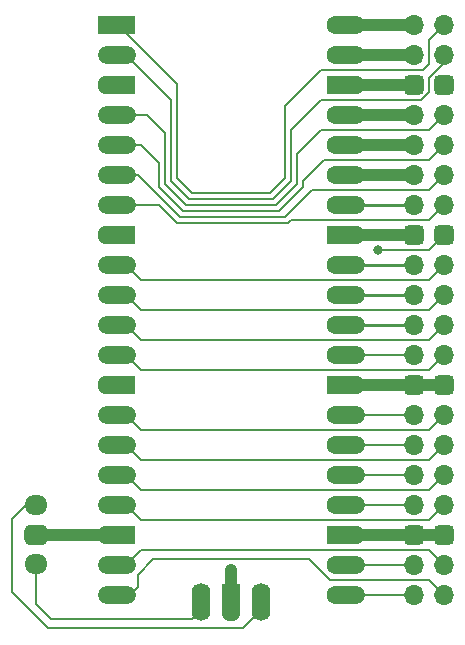
<source format=gbr>
%TF.GenerationSoftware,KiCad,Pcbnew,7.0.9*%
%TF.CreationDate,2024-01-10T08:51:33-08:00*%
%TF.ProjectId,rpi_adapter,7270695f-6164-4617-9074-65722e6b6963,rev?*%
%TF.SameCoordinates,PX82a7440PY660b0c0*%
%TF.FileFunction,Copper,L1,Top*%
%TF.FilePolarity,Positive*%
%FSLAX46Y46*%
G04 Gerber Fmt 4.6, Leading zero omitted, Abs format (unit mm)*
G04 Created by KiCad (PCBNEW 7.0.9) date 2024-01-10 08:51:33*
%MOMM*%
%LPD*%
G01*
G04 APERTURE LIST*
G04 Aperture macros list*
%AMRoundRect*
0 Rectangle with rounded corners*
0 $1 Rounding radius*
0 $2 $3 $4 $5 $6 $7 $8 $9 X,Y pos of 4 corners*
0 Add a 4 corners polygon primitive as box body*
4,1,4,$2,$3,$4,$5,$6,$7,$8,$9,$2,$3,0*
0 Add four circle primitives for the rounded corners*
1,1,$1+$1,$2,$3*
1,1,$1+$1,$4,$5*
1,1,$1+$1,$6,$7*
1,1,$1+$1,$8,$9*
0 Add four rect primitives between the rounded corners*
20,1,$1+$1,$2,$3,$4,$5,0*
20,1,$1+$1,$4,$5,$6,$7,0*
20,1,$1+$1,$6,$7,$8,$9,0*
20,1,$1+$1,$8,$9,$2,$3,0*%
%AMFreePoly0*
4,1,28,0.178017,0.779942,0.347107,0.720775,0.498792,0.625465,0.625465,0.498792,0.720775,0.347107,0.779942,0.178017,0.800000,0.000000,0.779942,-0.178017,0.720775,-0.347107,0.625465,-0.498792,0.498792,-0.625465,0.347107,-0.720775,0.178017,-0.779942,0.000000,-0.800000,-2.200000,-0.800000,-2.205014,-0.794986,-2.244504,-0.794986,-2.324698,-0.756366,-2.380194,-0.686777,-2.400000,-0.600000,
-2.400000,0.600000,-2.380194,0.686777,-2.324698,0.756366,-2.244504,0.794986,-2.205014,0.794986,-2.200000,0.800000,0.000000,0.800000,0.178017,0.779942,0.178017,0.779942,$1*%
%AMFreePoly1*
4,1,28,0.605014,0.794986,0.644504,0.794986,0.724698,0.756366,0.780194,0.686777,0.800000,0.600000,0.800000,-0.600000,0.780194,-0.686777,0.724698,-0.756366,0.644504,-0.794986,0.605014,-0.794986,0.600000,-0.800000,0.000000,-0.800000,-0.178017,-0.779942,-0.347107,-0.720775,-0.498792,-0.625465,-0.625465,-0.498792,-0.720775,-0.347107,-0.779942,-0.178017,-0.800000,0.000000,-0.779942,0.178017,
-0.720775,0.347107,-0.625465,0.498792,-0.498792,0.625465,-0.347107,0.720775,-0.178017,0.779942,0.000000,0.800000,0.600000,0.800000,0.605014,0.794986,0.605014,0.794986,$1*%
%AMFreePoly2*
4,1,29,0.605014,0.794986,0.644504,0.794986,0.724698,0.756366,0.780194,0.686777,0.800000,0.600000,0.800000,-0.600000,0.780194,-0.686777,0.724698,-0.756366,0.644504,-0.794986,0.605014,-0.794986,0.600000,-0.800000,0.000000,-0.800000,-1.600000,-0.800000,-1.778017,-0.779942,-1.947107,-0.720775,-2.098792,-0.625465,-2.225465,-0.498792,-2.320775,-0.347107,-2.379942,-0.178017,-2.400000,0.000000,
-2.379942,0.178017,-2.320775,0.347107,-2.225465,0.498792,-2.098792,0.625465,-1.947107,0.720775,-1.778017,0.779942,-1.600000,0.800000,0.600000,0.800000,0.605014,0.794986,0.605014,0.794986,$1*%
%AMFreePoly3*
4,1,28,0.178017,0.779942,0.347107,0.720775,0.498792,0.625465,0.625465,0.498792,0.720775,0.347107,0.779942,0.178017,0.800000,0.000000,0.779942,-0.178017,0.720775,-0.347107,0.625465,-0.498792,0.498792,-0.625465,0.347107,-0.720775,0.178017,-0.779942,0.000000,-0.800000,-0.600000,-0.800000,-0.605014,-0.794986,-0.644504,-0.794986,-0.724698,-0.756366,-0.780194,-0.686777,-0.800000,-0.600000,
-0.800000,0.600000,-0.780194,0.686777,-0.724698,0.756366,-0.644504,0.794986,-0.605014,0.794986,-0.600000,0.800000,0.000000,0.800000,0.178017,0.779942,0.178017,0.779942,$1*%
%AMFreePoly4*
4,1,29,1.778017,0.779942,1.947107,0.720775,2.098792,0.625465,2.225465,0.498792,2.320775,0.347107,2.379942,0.178017,2.400000,0.000000,2.379942,-0.178017,2.320775,-0.347107,2.225465,-0.498792,2.098792,-0.625465,1.947107,-0.720775,1.778017,-0.779942,1.600000,-0.800000,0.000000,-0.800000,-0.600000,-0.800000,-0.605014,-0.794986,-0.644504,-0.794986,-0.724698,-0.756366,-0.780194,-0.686777,
-0.800000,-0.600000,-0.800000,0.600000,-0.780194,0.686777,-0.724698,0.756366,-0.644504,0.794986,-0.605014,0.794986,-0.600000,0.800000,1.600000,0.800000,1.778017,0.779942,1.778017,0.779942,$1*%
G04 Aperture macros list end*
%TA.AperFunction,ComponentPad*%
%ADD10RoundRect,0.200000X-0.600000X-0.600000X0.600000X-0.600000X0.600000X0.600000X-0.600000X0.600000X0*%
%TD*%
%TA.AperFunction,SMDPad,CuDef*%
%ADD11FreePoly0,0.000000*%
%TD*%
%TA.AperFunction,ComponentPad*%
%ADD12C,1.600000*%
%TD*%
%TA.AperFunction,SMDPad,CuDef*%
%ADD13RoundRect,0.800000X-0.800000X0.000000X0.800000X0.000000X0.800000X0.000000X-0.800000X0.000000X0*%
%TD*%
%TA.AperFunction,ComponentPad*%
%ADD14FreePoly1,0.000000*%
%TD*%
%TA.AperFunction,SMDPad,CuDef*%
%ADD15FreePoly2,0.000000*%
%TD*%
%TA.AperFunction,ComponentPad*%
%ADD16FreePoly3,0.000000*%
%TD*%
%TA.AperFunction,SMDPad,CuDef*%
%ADD17FreePoly4,0.000000*%
%TD*%
%TA.AperFunction,SMDPad,CuDef*%
%ADD18RoundRect,0.800000X0.000000X-0.800000X0.000000X0.800000X0.000000X0.800000X0.000000X-0.800000X0*%
%TD*%
%TA.AperFunction,SMDPad,CuDef*%
%ADD19FreePoly4,270.000000*%
%TD*%
%TA.AperFunction,ComponentPad*%
%ADD20O,1.950000X1.700000*%
%TD*%
%TA.AperFunction,ComponentPad*%
%ADD21RoundRect,0.425000X0.550000X-0.425000X0.550000X0.425000X-0.550000X0.425000X-0.550000X-0.425000X0*%
%TD*%
%TA.AperFunction,ComponentPad*%
%ADD22O,1.700000X1.700000*%
%TD*%
%TA.AperFunction,ComponentPad*%
%ADD23RoundRect,0.425000X0.425000X0.425000X-0.425000X0.425000X-0.425000X-0.425000X0.425000X-0.425000X0*%
%TD*%
%TA.AperFunction,ViaPad*%
%ADD24C,0.800000*%
%TD*%
%TA.AperFunction,Conductor*%
%ADD25C,0.200000*%
%TD*%
%TA.AperFunction,Conductor*%
%ADD26C,1.000000*%
%TD*%
%TA.AperFunction,Conductor*%
%ADD27C,0.250000*%
%TD*%
G04 APERTURE END LIST*
D10*
%TO.P,U1,1,GPIO0*%
%TO.N,/GPIO0*%
X-8890000Y24130000D03*
D11*
X-8890000Y24130000D03*
D12*
%TO.P,U1,2,GPIO1*%
%TO.N,/GPIO1*%
X-8890000Y21590000D03*
D13*
X-9690000Y21590000D03*
D14*
%TO.P,U1,3,GND*%
%TO.N,GND*%
X-8890000Y19050000D03*
D15*
X-8890000Y19050000D03*
D12*
%TO.P,U1,4,GPIO2*%
%TO.N,/GPIO2*%
X-8890000Y16510000D03*
D13*
X-9690000Y16510000D03*
D12*
%TO.P,U1,5,GPIO3*%
%TO.N,/GPIO3*%
X-8890000Y13970000D03*
D13*
X-9690000Y13970000D03*
D12*
%TO.P,U1,6,GPIO4*%
%TO.N,/GPIO4*%
X-8890000Y11430000D03*
D13*
X-9690000Y11430000D03*
D12*
%TO.P,U1,7,GPIO5*%
%TO.N,/GPIO5*%
X-8890000Y8890000D03*
D13*
X-9690000Y8890000D03*
D14*
%TO.P,U1,8,GND*%
%TO.N,GND*%
X-8890000Y6350000D03*
D15*
X-8890000Y6350000D03*
D12*
%TO.P,U1,9,GPIO6*%
%TO.N,/GPIO6*%
X-8890000Y3810000D03*
D13*
X-9690000Y3810000D03*
D12*
%TO.P,U1,10,GPIO7*%
%TO.N,/GPIO7*%
X-8890000Y1270000D03*
D13*
X-9690000Y1270000D03*
D12*
%TO.P,U1,11,GPIO8*%
%TO.N,/GPIO8*%
X-8890000Y-1270000D03*
D13*
X-9690000Y-1270000D03*
D12*
%TO.P,U1,12,GPIO9*%
%TO.N,/GPIO9*%
X-8890000Y-3810000D03*
D13*
X-9690000Y-3810000D03*
D14*
%TO.P,U1,13,GND*%
%TO.N,GND*%
X-8890000Y-6350000D03*
D15*
X-8890000Y-6350000D03*
D12*
%TO.P,U1,14,GPIO10*%
%TO.N,/GPIO10*%
X-8890000Y-8890000D03*
D13*
X-9690000Y-8890000D03*
D12*
%TO.P,U1,15,GPIO11*%
%TO.N,/GPIO11*%
X-8890000Y-11430000D03*
D13*
X-9690000Y-11430000D03*
D12*
%TO.P,U1,16,GPIO12*%
%TO.N,/GPIO12*%
X-8890000Y-13970000D03*
D13*
X-9690000Y-13970000D03*
D12*
%TO.P,U1,17,GPIO13*%
%TO.N,/GPIO13*%
X-8890000Y-16510000D03*
D13*
X-9690000Y-16510000D03*
D14*
%TO.P,U1,18,GND*%
%TO.N,GND*%
X-8890000Y-19050000D03*
D15*
X-8890000Y-19050000D03*
D12*
%TO.P,U1,19,GPIO14*%
%TO.N,/GPIO14*%
X-8890000Y-21590000D03*
D13*
X-9690000Y-21590000D03*
D12*
%TO.P,U1,20,GPIO15*%
%TO.N,/GPIO15*%
X-8890000Y-24130000D03*
D13*
X-9690000Y-24130000D03*
D12*
%TO.P,U1,21,GPIO16*%
%TO.N,/GPIO16*%
X8890000Y-24130000D03*
D13*
X9690000Y-24130000D03*
D12*
%TO.P,U1,22,GPIO17*%
%TO.N,/GPIO17*%
X8890000Y-21590000D03*
D13*
X9690000Y-21590000D03*
D16*
%TO.P,U1,23,GND*%
%TO.N,GND*%
X8890000Y-19050000D03*
D17*
X8890000Y-19050000D03*
D12*
%TO.P,U1,24,GPIO18*%
%TO.N,/GPIO18*%
X8890000Y-16510000D03*
D13*
X9690000Y-16510000D03*
D12*
%TO.P,U1,25,GPIO19*%
%TO.N,/GPIO19*%
X8890000Y-13970000D03*
D13*
X9690000Y-13970000D03*
D12*
%TO.P,U1,26,GPIO20*%
%TO.N,/GPIO20*%
X8890000Y-11430000D03*
D13*
X9690000Y-11430000D03*
D12*
%TO.P,U1,27,GPIO21*%
%TO.N,/GPIO21*%
X8890000Y-8890000D03*
D13*
X9690000Y-8890000D03*
D16*
%TO.P,U1,28,GND*%
%TO.N,GND*%
X8890000Y-6350000D03*
D17*
X8890000Y-6350000D03*
D12*
%TO.P,U1,29,GPIO22*%
%TO.N,/GPIO22*%
X8890000Y-3810000D03*
D13*
X9690000Y-3810000D03*
D12*
%TO.P,U1,30,RUN*%
%TO.N,/RUN*%
X8890000Y-1270000D03*
D13*
X9690000Y-1270000D03*
D12*
%TO.P,U1,31,GPIO26_ADC0*%
%TO.N,/ADC0*%
X8890000Y1270000D03*
D13*
X9690000Y1270000D03*
D12*
%TO.P,U1,32,GPIO27_ADC1*%
%TO.N,/ADC1*%
X8890000Y3810000D03*
D13*
X9690000Y3810000D03*
D16*
%TO.P,U1,33,AGND*%
%TO.N,GNDREF*%
X8890000Y6350000D03*
D17*
X8890000Y6350000D03*
D12*
%TO.P,U1,34,GPIO28_ADC2*%
%TO.N,/ADC2*%
X8890000Y8890000D03*
D13*
X9690000Y8890000D03*
D12*
%TO.P,U1,35,ADC_VREF*%
%TO.N,/ADC_VREF*%
X8890000Y11430000D03*
D13*
X9690000Y11430000D03*
D12*
%TO.P,U1,36,3V3*%
%TO.N,+3V3*%
X8890000Y13970000D03*
D13*
X9690000Y13970000D03*
D12*
%TO.P,U1,37,3V3_EN*%
%TO.N,/3V3_EN*%
X8890000Y16510000D03*
D13*
X9690000Y16510000D03*
D16*
%TO.P,U1,38,GND*%
%TO.N,GND*%
X8890000Y19050000D03*
D17*
X8890000Y19050000D03*
D12*
%TO.P,U1,39,VSYS*%
%TO.N,VS*%
X8890000Y21590000D03*
D13*
X9690000Y21590000D03*
D12*
%TO.P,U1,40,VBUS*%
%TO.N,VBUS*%
X8890000Y24130000D03*
D13*
X9690000Y24130000D03*
D18*
%TO.P,U1,D1,SWCLK*%
%TO.N,/SWCLK*%
X-2540000Y-24700000D03*
D19*
%TO.P,U1,D2,GND*%
%TO.N,GND*%
X0Y-23900000D03*
D18*
%TO.P,U1,D3,SWDIO*%
%TO.N,/SWDIO*%
X2540000Y-24700000D03*
%TD*%
D20*
%TO.P,J2,1,Pin_1*%
%TO.N,/SWCLK*%
X-16525000Y-21500000D03*
D21*
%TO.P,J2,2,Pin_2*%
%TO.N,GND*%
X-16525000Y-19000000D03*
D20*
%TO.P,J2,3,Pin_3*%
%TO.N,/SWDIO*%
X-16525000Y-16500000D03*
%TD*%
D22*
%TO.P,J1,1,Pin_1*%
%TO.N,/GPIO0*%
X18000000Y24130000D03*
%TO.P,J1,2,Pin_2*%
%TO.N,/GPIO1*%
X18000000Y21590000D03*
D23*
%TO.P,J1,3,Pin_3*%
%TO.N,GND*%
X18000000Y19050000D03*
D22*
%TO.P,J1,4,Pin_4*%
%TO.N,/GPIO2*%
X18000000Y16510000D03*
%TO.P,J1,5,Pin_5*%
%TO.N,/GPIO3*%
X18000000Y13970000D03*
%TO.P,J1,6,Pin_6*%
%TO.N,/GPIO4*%
X18000000Y11430000D03*
%TO.P,J1,7,Pin_7*%
%TO.N,/GPIO5*%
X18000000Y8890000D03*
D23*
%TO.P,J1,8,Pin_8*%
%TO.N,GND*%
X18000000Y6350000D03*
D22*
%TO.P,J1,9,Pin_9*%
%TO.N,/GPIO6*%
X18000000Y3810000D03*
%TO.P,J1,10,Pin_10*%
%TO.N,/GPIO7*%
X18000000Y1270000D03*
%TO.P,J1,11,Pin_11*%
%TO.N,/GPIO8*%
X18000000Y-1270000D03*
%TO.P,J1,12,Pin_12*%
%TO.N,/GPIO9*%
X18000000Y-3810000D03*
D23*
%TO.P,J1,13,Pin_13*%
%TO.N,GND*%
X18000000Y-6350000D03*
D22*
%TO.P,J1,14,Pin_14*%
%TO.N,/GPIO10*%
X18000000Y-8890000D03*
%TO.P,J1,15,Pin_15*%
%TO.N,/GPIO11*%
X18000000Y-11430000D03*
%TO.P,J1,16,Pin_16*%
%TO.N,/GPIO12*%
X18000000Y-13970000D03*
%TO.P,J1,17,Pin_17*%
%TO.N,/GPIO13*%
X18000000Y-16510000D03*
D23*
%TO.P,J1,18,Pin_18*%
%TO.N,GND*%
X18000000Y-19050000D03*
D22*
%TO.P,J1,19,Pin_19*%
%TO.N,/GPIO14*%
X18000000Y-21590000D03*
%TO.P,J1,20,Pin_20*%
%TO.N,/GPIO15*%
X18000000Y-24130000D03*
%TO.P,J1,21,Pin_21*%
%TO.N,/GPIO16*%
X15460000Y-24130000D03*
%TO.P,J1,22,Pin_22*%
%TO.N,/GPIO17*%
X15460000Y-21590000D03*
D23*
%TO.P,J1,23,Pin_23*%
%TO.N,GND*%
X15460000Y-19050000D03*
D22*
%TO.P,J1,24,Pin_24*%
%TO.N,/GPIO18*%
X15460000Y-16510000D03*
%TO.P,J1,25,Pin_25*%
%TO.N,/GPIO19*%
X15460000Y-13970000D03*
%TO.P,J1,26,Pin_26*%
%TO.N,/GPIO20*%
X15460000Y-11430000D03*
%TO.P,J1,27,Pin_27*%
%TO.N,/GPIO21*%
X15460000Y-8890000D03*
D23*
%TO.P,J1,28,Pin_28*%
%TO.N,GND*%
X15460000Y-6350000D03*
D22*
%TO.P,J1,29,Pin_29*%
%TO.N,/GPIO22*%
X15460000Y-3810000D03*
%TO.P,J1,30,Pin_30*%
%TO.N,/RUN*%
X15460000Y-1270000D03*
%TO.P,J1,31,Pin_31*%
%TO.N,/ADC0*%
X15460000Y1270000D03*
%TO.P,J1,32,Pin_32*%
%TO.N,/ADC1*%
X15460000Y3810000D03*
D23*
%TO.P,J1,33,Pin_33*%
%TO.N,GNDREF*%
X15460000Y6350000D03*
D22*
%TO.P,J1,34,Pin_34*%
%TO.N,/ADC2*%
X15460000Y8890000D03*
%TO.P,J1,35,Pin_35*%
%TO.N,/ADC_VREF*%
X15460000Y11430000D03*
%TO.P,J1,36,Pin_36*%
%TO.N,+3V3*%
X15460000Y13970000D03*
%TO.P,J1,37,Pin_37*%
%TO.N,/3V3_EN*%
X15460000Y16510000D03*
D23*
%TO.P,J1,38,Pin_38*%
%TO.N,GND*%
X15460000Y19050000D03*
D22*
%TO.P,J1,39,Pin_39*%
%TO.N,VS*%
X15460000Y21590000D03*
%TO.P,J1,40,Pin_40*%
%TO.N,VBUS*%
X15460000Y24130000D03*
%TD*%
D24*
%TO.N,GND*%
X0Y-22000000D03*
X12446000Y5080000D03*
%TD*%
D25*
%TO.N,/GPIO0*%
X-4572000Y11176000D02*
X-3302000Y9906000D01*
X-4572000Y19192817D02*
X-4572000Y11176000D01*
X16764000Y22894000D02*
X18000000Y24130000D01*
X-3302000Y9906000D02*
X3302000Y9906000D01*
X-8890000Y24130000D02*
X-8890000Y23510817D01*
X4572000Y11176000D02*
X4572000Y17272000D01*
X7620000Y20320000D02*
X16256000Y20320000D01*
X3302000Y9906000D02*
X4572000Y11176000D01*
X-8890000Y23510817D02*
X-4572000Y19192817D01*
X16764000Y20828000D02*
X16764000Y22894000D01*
X4572000Y17272000D02*
X7620000Y20320000D01*
X16256000Y20320000D02*
X16764000Y20828000D01*
%TO.N,/GPIO1*%
X16764000Y18478694D02*
X16065306Y17780000D01*
X18000000Y20925306D02*
X16764000Y19689306D01*
X5080000Y15240000D02*
X5080000Y10922000D01*
X-5080000Y10922000D02*
X-5080000Y17780000D01*
X16764000Y19689306D02*
X16764000Y18478694D01*
X3556000Y9398000D02*
X-3556000Y9398000D01*
X-3556000Y9398000D02*
X-5080000Y10922000D01*
X5080000Y10922000D02*
X3556000Y9398000D01*
X16065306Y17780000D02*
X7620000Y17780000D01*
X7620000Y17780000D02*
X5080000Y15240000D01*
X18000000Y21590000D02*
X18000000Y20925306D01*
X-5080000Y17780000D02*
X-8890000Y21590000D01*
D26*
%TO.N,GND*%
X8890000Y-19050000D02*
X15460000Y-19050000D01*
X15460000Y-19050000D02*
X18000000Y-19050000D01*
X8890000Y19050000D02*
X15460000Y19050000D01*
X9020000Y-6480000D02*
X8890000Y-6350000D01*
X0Y-23900000D02*
X0Y-22000000D01*
X-16475000Y-19050000D02*
X-16525000Y-19000000D01*
D25*
X15494000Y5080000D02*
X12446000Y5080000D01*
D26*
X9020000Y18920000D02*
X8890000Y19050000D01*
D25*
X18000000Y6350000D02*
X16730000Y5080000D01*
D26*
X18000000Y-6350000D02*
X15460000Y-6350000D01*
D25*
X16730000Y5080000D02*
X15494000Y5080000D01*
D26*
X15460000Y-6350000D02*
X8890000Y-6350000D01*
X-8890000Y-19050000D02*
X-16475000Y-19050000D01*
X9020000Y-19180000D02*
X8890000Y-19050000D01*
D25*
%TO.N,/GPIO2*%
X-7112000Y16510000D02*
X-8890000Y16510000D01*
X5588000Y10668000D02*
X3810000Y8890000D01*
X5588000Y13208000D02*
X5588000Y10668000D01*
X3810000Y8890000D02*
X-3810000Y8890000D01*
X-5588000Y10668000D02*
X-5588000Y14986000D01*
X18000000Y16510000D02*
X16730000Y15240000D01*
X7620000Y15240000D02*
X5588000Y13208000D01*
X16730000Y15240000D02*
X7620000Y15240000D01*
X-5588000Y14986000D02*
X-7112000Y16510000D01*
X-3810000Y8890000D02*
X-5588000Y10668000D01*
%TO.N,/GPIO3*%
X16730000Y12700000D02*
X7874000Y12700000D01*
X6096000Y10414000D02*
X4064000Y8382000D01*
X-7620000Y13970000D02*
X-8890000Y13970000D01*
X-4064000Y8382000D02*
X-6096000Y10414000D01*
X18000000Y13970000D02*
X16730000Y12700000D01*
X7874000Y12700000D02*
X6096000Y10922000D01*
X-6096000Y12446000D02*
X-7620000Y13970000D01*
X-6096000Y10414000D02*
X-6096000Y12446000D01*
X6096000Y10922000D02*
X6096000Y10414000D01*
X4064000Y8382000D02*
X-4064000Y8382000D01*
%TO.N,/GPIO4*%
X18000000Y11430000D02*
X16730000Y10160000D01*
X-4318000Y7874000D02*
X-7874000Y11430000D01*
X16730000Y10160000D02*
X6858000Y10160000D01*
X6858000Y10160000D02*
X4572000Y7874000D01*
X4572000Y7874000D02*
X-4318000Y7874000D01*
X-7874000Y11430000D02*
X-8890000Y11430000D01*
%TO.N,/GPIO5*%
X-4572000Y7366000D02*
X-6096000Y8890000D01*
X16730000Y7620000D02*
X5080000Y7620000D01*
X18000000Y8890000D02*
X16730000Y7620000D01*
X-6096000Y8890000D02*
X-8890000Y8890000D01*
X4826000Y7366000D02*
X-4572000Y7366000D01*
X5080000Y7620000D02*
X4826000Y7366000D01*
%TO.N,/GPIO6*%
X-7620000Y2540000D02*
X-8890000Y3810000D01*
X16730000Y2540000D02*
X-7620000Y2540000D01*
X18000000Y3810000D02*
X16730000Y2540000D01*
%TO.N,/GPIO7*%
X-7620000Y0D02*
X-8890000Y1270000D01*
X16730000Y0D02*
X-7620000Y0D01*
X18000000Y1270000D02*
X16730000Y0D01*
%TO.N,/GPIO8*%
X16730000Y-2540000D02*
X-7620000Y-2540000D01*
X-7620000Y-2540000D02*
X-8890000Y-1270000D01*
X18000000Y-1270000D02*
X16730000Y-2540000D01*
%TO.N,/GPIO9*%
X16730000Y-5080000D02*
X-7620000Y-5080000D01*
X-7620000Y-5080000D02*
X-8890000Y-3810000D01*
X18000000Y-3810000D02*
X16730000Y-5080000D01*
%TO.N,/GPIO10*%
X18000000Y-8890000D02*
X16730000Y-10160000D01*
X16730000Y-10160000D02*
X-7620000Y-10160000D01*
X-7620000Y-10160000D02*
X-8890000Y-8890000D01*
%TO.N,/GPIO11*%
X-7620000Y-12700000D02*
X-8890000Y-11430000D01*
X18000000Y-11430000D02*
X16730000Y-12700000D01*
X16730000Y-12700000D02*
X-7620000Y-12700000D01*
%TO.N,/GPIO12*%
X18000000Y-13970000D02*
X16730000Y-15240000D01*
X16730000Y-15240000D02*
X-7620000Y-15240000D01*
X-7620000Y-15240000D02*
X-8890000Y-13970000D01*
%TO.N,/GPIO13*%
X16730000Y-17780000D02*
X-7620000Y-17780000D01*
X18000000Y-16510000D02*
X16730000Y-17780000D01*
X-7620000Y-17780000D02*
X-8890000Y-16510000D01*
%TO.N,/GPIO14*%
X16730000Y-20320000D02*
X-7620000Y-20320000D01*
X-7620000Y-20320000D02*
X-8890000Y-21590000D01*
X18000000Y-21590000D02*
X16730000Y-20320000D01*
%TO.N,/GPIO15*%
X-8636000Y-24130000D02*
X-8890000Y-24130000D01*
X-6604000Y-21082000D02*
X-7900000Y-22378000D01*
X8382000Y-22860000D02*
X6604000Y-21082000D01*
X16730000Y-22860000D02*
X8382000Y-22860000D01*
X6604000Y-21082000D02*
X-6604000Y-21082000D01*
X18000000Y-24130000D02*
X16730000Y-22860000D01*
X-7900000Y-23394000D02*
X-8636000Y-24130000D01*
X-7900000Y-22378000D02*
X-7900000Y-23394000D01*
%TO.N,/GPIO16*%
X8890000Y-24130000D02*
X15460000Y-24130000D01*
%TO.N,/GPIO17*%
X8890000Y-21590000D02*
X15460000Y-21590000D01*
%TO.N,/GPIO18*%
X8890000Y-16510000D02*
X15460000Y-16510000D01*
%TO.N,/GPIO19*%
X8890000Y-13970000D02*
X15460000Y-13970000D01*
%TO.N,/GPIO20*%
X8890000Y-11430000D02*
X15460000Y-11430000D01*
%TO.N,/GPIO21*%
X8890000Y-8890000D02*
X15460000Y-8890000D01*
%TO.N,/GPIO22*%
X8890000Y-3810000D02*
X15460000Y-3810000D01*
D27*
%TO.N,/RUN*%
X8890000Y-1270000D02*
X15460000Y-1270000D01*
X9020000Y-1400000D02*
X8890000Y-1270000D01*
%TO.N,/ADC0*%
X9020000Y1140000D02*
X8890000Y1270000D01*
X8890000Y1270000D02*
X15460000Y1270000D01*
%TO.N,/ADC1*%
X9020000Y3680000D02*
X8890000Y3810000D01*
X8890000Y3810000D02*
X15460000Y3810000D01*
D26*
%TO.N,GNDREF*%
X9020000Y6220000D02*
X8890000Y6350000D01*
X8890000Y6350000D02*
X15460000Y6350000D01*
D27*
%TO.N,/ADC2*%
X9020000Y8760000D02*
X8890000Y8890000D01*
X8890000Y8890000D02*
X15460000Y8890000D01*
D26*
%TO.N,/ADC_VREF*%
X8890000Y11430000D02*
X15460000Y11430000D01*
%TO.N,+3V3*%
X8890000Y13970000D02*
X15460000Y13970000D01*
%TO.N,/3V3_EN*%
X8890000Y16510000D02*
X15460000Y16510000D01*
%TO.N,VS*%
X8890000Y21590000D02*
X15460000Y21590000D01*
%TO.N,VBUS*%
X8890000Y24130000D02*
X15460000Y24130000D01*
D25*
%TO.N,/SWCLK*%
X-3302000Y-26162000D02*
X-15240000Y-26162000D01*
X-2540000Y-25400000D02*
X-3302000Y-26162000D01*
X-15240000Y-26162000D02*
X-16525000Y-24877000D01*
X-16525000Y-24877000D02*
X-16525000Y-21500000D01*
X-2540000Y-23900000D02*
X-2540000Y-25400000D01*
%TO.N,/SWDIO*%
X-17389000Y-16500000D02*
X-16525000Y-16500000D01*
X-15494000Y-26924000D02*
X-18542000Y-23876000D01*
X-18542000Y-17653000D02*
X-17389000Y-16500000D01*
X2540000Y-23900000D02*
X2540000Y-25400000D01*
X-18542000Y-23876000D02*
X-18542000Y-17653000D01*
X1016000Y-26924000D02*
X-15494000Y-26924000D01*
X2540000Y-25400000D02*
X1016000Y-26924000D01*
%TD*%
M02*

</source>
